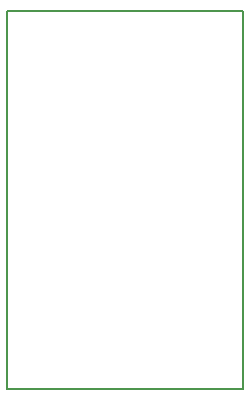
<source format=gbr>
G04 #@! TF.GenerationSoftware,KiCad,Pcbnew,(5.1.9)-1*
G04 #@! TF.CreationDate,2021-01-24T00:06:14-06:00*
G04 #@! TF.ProjectId,BlueMicro840,426c7565-4d69-4637-926f-3834302e6b69,rev?*
G04 #@! TF.SameCoordinates,Original*
G04 #@! TF.FileFunction,Profile,NP*
%FSLAX46Y46*%
G04 Gerber Fmt 4.6, Leading zero omitted, Abs format (unit mm)*
G04 Created by KiCad (PCBNEW (5.1.9)-1) date 2021-01-24 00:06:14*
%MOMM*%
%LPD*%
G01*
G04 APERTURE LIST*
G04 #@! TA.AperFunction,Profile*
%ADD10C,0.150000*%
G04 #@! TD*
G04 APERTURE END LIST*
D10*
X113961533Y-141562775D02*
X93961533Y-141562775D01*
X93961533Y-109562775D02*
X113961533Y-109562775D01*
X93961533Y-141562775D02*
X93961533Y-109562775D01*
X113961533Y-109562775D02*
X113961533Y-141562775D01*
M02*

</source>
